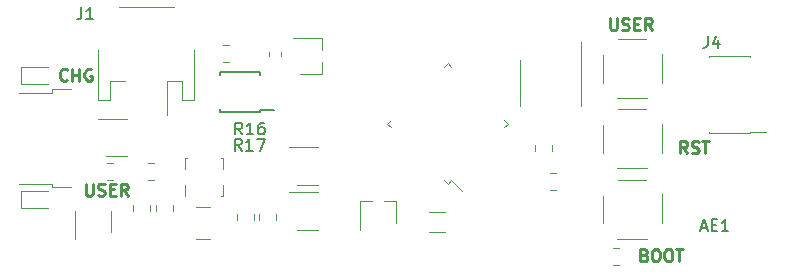
<source format=gbr>
G04 #@! TF.GenerationSoftware,KiCad,Pcbnew,(5.1.4)-1*
G04 #@! TF.CreationDate,2019-12-21T12:13:18-06:00*
G04 #@! TF.ProjectId,loRaWan1262_jlc,6c6f5261-5761-46e3-9132-36325f6a6c63,rev?*
G04 #@! TF.SameCoordinates,Original*
G04 #@! TF.FileFunction,Legend,Top*
G04 #@! TF.FilePolarity,Positive*
%FSLAX46Y46*%
G04 Gerber Fmt 4.6, Leading zero omitted, Abs format (unit mm)*
G04 Created by KiCad (PCBNEW (5.1.4)-1) date 2019-12-21 12:13:18*
%MOMM*%
%LPD*%
G04 APERTURE LIST*
%ADD10C,0.254000*%
%ADD11C,0.150000*%
%ADD12C,0.120000*%
G04 APERTURE END LIST*
D10*
X170893619Y-90375619D02*
X170554952Y-89891809D01*
X170313047Y-90375619D02*
X170313047Y-89359619D01*
X170700095Y-89359619D01*
X170796857Y-89408000D01*
X170845238Y-89456380D01*
X170893619Y-89553142D01*
X170893619Y-89698285D01*
X170845238Y-89795047D01*
X170796857Y-89843428D01*
X170700095Y-89891809D01*
X170313047Y-89891809D01*
X171280666Y-90327238D02*
X171425809Y-90375619D01*
X171667714Y-90375619D01*
X171764476Y-90327238D01*
X171812857Y-90278857D01*
X171861238Y-90182095D01*
X171861238Y-90085333D01*
X171812857Y-89988571D01*
X171764476Y-89940190D01*
X171667714Y-89891809D01*
X171474190Y-89843428D01*
X171377428Y-89795047D01*
X171329047Y-89746666D01*
X171280666Y-89649904D01*
X171280666Y-89553142D01*
X171329047Y-89456380D01*
X171377428Y-89408000D01*
X171474190Y-89359619D01*
X171716095Y-89359619D01*
X171861238Y-89408000D01*
X172151523Y-89359619D02*
X172732095Y-89359619D01*
X172441809Y-90375619D02*
X172441809Y-89359619D01*
X167277142Y-98987428D02*
X167422285Y-99035809D01*
X167470666Y-99084190D01*
X167519047Y-99180952D01*
X167519047Y-99326095D01*
X167470666Y-99422857D01*
X167422285Y-99471238D01*
X167325523Y-99519619D01*
X166938476Y-99519619D01*
X166938476Y-98503619D01*
X167277142Y-98503619D01*
X167373904Y-98552000D01*
X167422285Y-98600380D01*
X167470666Y-98697142D01*
X167470666Y-98793904D01*
X167422285Y-98890666D01*
X167373904Y-98939047D01*
X167277142Y-98987428D01*
X166938476Y-98987428D01*
X168148000Y-98503619D02*
X168341523Y-98503619D01*
X168438285Y-98552000D01*
X168535047Y-98648761D01*
X168583428Y-98842285D01*
X168583428Y-99180952D01*
X168535047Y-99374476D01*
X168438285Y-99471238D01*
X168341523Y-99519619D01*
X168148000Y-99519619D01*
X168051238Y-99471238D01*
X167954476Y-99374476D01*
X167906095Y-99180952D01*
X167906095Y-98842285D01*
X167954476Y-98648761D01*
X168051238Y-98552000D01*
X168148000Y-98503619D01*
X169212380Y-98503619D02*
X169405904Y-98503619D01*
X169502666Y-98552000D01*
X169599428Y-98648761D01*
X169647809Y-98842285D01*
X169647809Y-99180952D01*
X169599428Y-99374476D01*
X169502666Y-99471238D01*
X169405904Y-99519619D01*
X169212380Y-99519619D01*
X169115619Y-99471238D01*
X169018857Y-99374476D01*
X168970476Y-99180952D01*
X168970476Y-98842285D01*
X169018857Y-98648761D01*
X169115619Y-98552000D01*
X169212380Y-98503619D01*
X169938095Y-98503619D02*
X170518666Y-98503619D01*
X170228380Y-99519619D02*
X170228380Y-98503619D01*
X164374285Y-78945619D02*
X164374285Y-79768095D01*
X164422666Y-79864857D01*
X164471047Y-79913238D01*
X164567809Y-79961619D01*
X164761333Y-79961619D01*
X164858095Y-79913238D01*
X164906476Y-79864857D01*
X164954857Y-79768095D01*
X164954857Y-78945619D01*
X165390285Y-79913238D02*
X165535428Y-79961619D01*
X165777333Y-79961619D01*
X165874095Y-79913238D01*
X165922476Y-79864857D01*
X165970857Y-79768095D01*
X165970857Y-79671333D01*
X165922476Y-79574571D01*
X165874095Y-79526190D01*
X165777333Y-79477809D01*
X165583809Y-79429428D01*
X165487047Y-79381047D01*
X165438666Y-79332666D01*
X165390285Y-79235904D01*
X165390285Y-79139142D01*
X165438666Y-79042380D01*
X165487047Y-78994000D01*
X165583809Y-78945619D01*
X165825714Y-78945619D01*
X165970857Y-78994000D01*
X166406285Y-79429428D02*
X166744952Y-79429428D01*
X166890095Y-79961619D02*
X166406285Y-79961619D01*
X166406285Y-78945619D01*
X166890095Y-78945619D01*
X167906095Y-79961619D02*
X167567428Y-79477809D01*
X167325523Y-79961619D02*
X167325523Y-78945619D01*
X167712571Y-78945619D01*
X167809333Y-78994000D01*
X167857714Y-79042380D01*
X167906095Y-79139142D01*
X167906095Y-79284285D01*
X167857714Y-79381047D01*
X167809333Y-79429428D01*
X167712571Y-79477809D01*
X167325523Y-79477809D01*
X119990204Y-92966419D02*
X119990204Y-93788895D01*
X120038585Y-93885657D01*
X120086966Y-93934038D01*
X120183728Y-93982419D01*
X120377252Y-93982419D01*
X120474014Y-93934038D01*
X120522395Y-93885657D01*
X120570776Y-93788895D01*
X120570776Y-92966419D01*
X121006204Y-93934038D02*
X121151347Y-93982419D01*
X121393252Y-93982419D01*
X121490014Y-93934038D01*
X121538395Y-93885657D01*
X121586776Y-93788895D01*
X121586776Y-93692133D01*
X121538395Y-93595371D01*
X121490014Y-93546990D01*
X121393252Y-93498609D01*
X121199728Y-93450228D01*
X121102966Y-93401847D01*
X121054585Y-93353466D01*
X121006204Y-93256704D01*
X121006204Y-93159942D01*
X121054585Y-93063180D01*
X121102966Y-93014800D01*
X121199728Y-92966419D01*
X121441633Y-92966419D01*
X121586776Y-93014800D01*
X122022204Y-93450228D02*
X122360871Y-93450228D01*
X122506014Y-93982419D02*
X122022204Y-93982419D01*
X122022204Y-92966419D01*
X122506014Y-92966419D01*
X123522014Y-93982419D02*
X123183347Y-93498609D01*
X122941442Y-93982419D02*
X122941442Y-92966419D01*
X123328490Y-92966419D01*
X123425252Y-93014800D01*
X123473633Y-93063180D01*
X123522014Y-93159942D01*
X123522014Y-93305085D01*
X123473633Y-93401847D01*
X123425252Y-93450228D01*
X123328490Y-93498609D01*
X122941442Y-93498609D01*
X118411776Y-84157457D02*
X118363395Y-84205838D01*
X118218252Y-84254219D01*
X118121490Y-84254219D01*
X117976347Y-84205838D01*
X117879585Y-84109076D01*
X117831204Y-84012314D01*
X117782823Y-83818790D01*
X117782823Y-83673647D01*
X117831204Y-83480123D01*
X117879585Y-83383361D01*
X117976347Y-83286600D01*
X118121490Y-83238219D01*
X118218252Y-83238219D01*
X118363395Y-83286600D01*
X118411776Y-83334980D01*
X118847204Y-84254219D02*
X118847204Y-83238219D01*
X118847204Y-83722028D02*
X119427776Y-83722028D01*
X119427776Y-84254219D02*
X119427776Y-83238219D01*
X120443776Y-83286600D02*
X120347014Y-83238219D01*
X120201871Y-83238219D01*
X120056728Y-83286600D01*
X119959966Y-83383361D01*
X119911585Y-83480123D01*
X119863204Y-83673647D01*
X119863204Y-83818790D01*
X119911585Y-84012314D01*
X119959966Y-84109076D01*
X120056728Y-84205838D01*
X120201871Y-84254219D01*
X120298633Y-84254219D01*
X120443776Y-84205838D01*
X120492157Y-84157457D01*
X120492157Y-83818790D01*
X120298633Y-83818790D01*
D11*
X134694800Y-86892000D02*
X134694800Y-86717000D01*
X131344800Y-86892000D02*
X131344800Y-86642000D01*
X131344800Y-83542000D02*
X131344800Y-83792000D01*
X134694800Y-83542000D02*
X134694800Y-83792000D01*
X134694800Y-86892000D02*
X131344800Y-86892000D01*
X134694800Y-83542000D02*
X131344800Y-83542000D01*
X134694800Y-86717000D02*
X135944800Y-86717000D01*
D12*
X150940198Y-83096887D02*
X150622000Y-82778689D01*
X150622000Y-82778689D02*
X150303802Y-83096887D01*
X155409113Y-87565802D02*
X155727311Y-87884000D01*
X155727311Y-87884000D02*
X155409113Y-88202198D01*
X145834887Y-88202198D02*
X145516689Y-87884000D01*
X145516689Y-87884000D02*
X145834887Y-87565802D01*
X150303802Y-92671113D02*
X150622000Y-92989311D01*
X150622000Y-92989311D02*
X150940198Y-92671113D01*
X150940198Y-92671113D02*
X151852366Y-93583281D01*
X117159000Y-84979000D02*
X118709000Y-84979000D01*
X117159000Y-84979000D02*
X117159000Y-85279000D01*
X114359000Y-85279000D02*
X117159000Y-85279000D01*
X117159000Y-93279000D02*
X118709000Y-93279000D01*
X117159000Y-92979000D02*
X117159000Y-93279000D01*
X114359000Y-92979000D02*
X117159000Y-92979000D01*
X129155000Y-81610000D02*
X129155000Y-85860000D01*
X129155000Y-85860000D02*
X128135000Y-85860000D01*
X128135000Y-85860000D02*
X128135000Y-84260000D01*
X128135000Y-84260000D02*
X126855000Y-84260000D01*
X126855000Y-84260000D02*
X126855000Y-87150000D01*
X121035000Y-81610000D02*
X121035000Y-85860000D01*
X121035000Y-85860000D02*
X122055000Y-85860000D01*
X122055000Y-85860000D02*
X122055000Y-84260000D01*
X122055000Y-84260000D02*
X123335000Y-84260000D01*
X127435000Y-78040000D02*
X122755000Y-78040000D01*
X136092000Y-95562922D02*
X136092000Y-96080078D01*
X134672000Y-95562922D02*
X134672000Y-96080078D01*
X134187000Y-95562922D02*
X134187000Y-96080078D01*
X132767000Y-95562922D02*
X132767000Y-96080078D01*
X127329000Y-95254578D02*
X127329000Y-94737422D01*
X125909000Y-95254578D02*
X125909000Y-94737422D01*
X125424000Y-95254578D02*
X125424000Y-94737422D01*
X124004000Y-95254578D02*
X124004000Y-94737422D01*
X159460000Y-90238078D02*
X159460000Y-89720922D01*
X158040000Y-90238078D02*
X158040000Y-89720922D01*
X125232422Y-91238000D02*
X125749578Y-91238000D01*
X125232422Y-92658000D02*
X125749578Y-92658000D01*
X114466000Y-84555000D02*
X116751000Y-84555000D01*
X114466000Y-83085000D02*
X114466000Y-84555000D01*
X116751000Y-83085000D02*
X114466000Y-83085000D01*
X116751000Y-93562500D02*
X114466000Y-93562500D01*
X114466000Y-93562500D02*
X114466000Y-95032500D01*
X114466000Y-95032500D02*
X116751000Y-95032500D01*
X176237600Y-88642500D02*
X172707600Y-88642500D01*
X176237600Y-82172500D02*
X172707600Y-82172500D01*
X177562600Y-88577500D02*
X176237600Y-88577500D01*
X176237600Y-88642500D02*
X176237600Y-88577500D01*
X172707600Y-88642500D02*
X172707600Y-88577500D01*
X176237600Y-82237500D02*
X176237600Y-82172500D01*
X172707600Y-82237500D02*
X172707600Y-82172500D01*
X130523064Y-97626000D02*
X129318936Y-97626000D01*
X130523064Y-94906000D02*
X129318936Y-94906000D01*
X165104578Y-99833500D02*
X164587422Y-99833500D01*
X165104578Y-98413500D02*
X164587422Y-98413500D01*
X159253422Y-92063500D02*
X159770578Y-92063500D01*
X159253422Y-93483500D02*
X159770578Y-93483500D01*
X121739922Y-92658000D02*
X122257078Y-92658000D01*
X121739922Y-91238000D02*
X122257078Y-91238000D01*
X145216500Y-94427000D02*
X146266500Y-94427000D01*
X146266500Y-94427000D02*
X146266500Y-96277000D01*
X143216500Y-94427000D02*
X144216500Y-94427000D01*
X143206500Y-94447000D02*
X143206500Y-96877000D01*
X131567422Y-82625000D02*
X132084578Y-82625000D01*
X131567422Y-81205000D02*
X132084578Y-81205000D01*
X135507000Y-82115779D02*
X135507000Y-81790221D01*
X136527000Y-82115779D02*
X136527000Y-81790221D01*
X163743000Y-84448500D02*
X163743000Y-82098500D01*
X165043000Y-80748500D02*
X167443000Y-80748500D01*
X168743000Y-81998500D02*
X168743000Y-84448500D01*
X164993000Y-85748500D02*
X167493000Y-85748500D01*
X122146500Y-97019000D02*
X122146500Y-95259000D01*
X119076500Y-95259000D02*
X119076500Y-97689000D01*
X139931500Y-80659000D02*
X137501500Y-80659000D01*
X139951500Y-80669000D02*
X139951500Y-81669000D01*
X139951500Y-83719000D02*
X138101500Y-83719000D01*
X139951500Y-82669000D02*
X139951500Y-83719000D01*
X139647500Y-93640000D02*
X137197500Y-93640000D01*
X137847500Y-96860000D02*
X139647500Y-96860000D01*
X137847500Y-93113500D02*
X139647500Y-93113500D01*
X139647500Y-89893500D02*
X137197500Y-89893500D01*
X131609500Y-91742500D02*
X131609500Y-90767500D01*
X128359500Y-94017500D02*
X128359500Y-93042500D01*
X128359500Y-91742500D02*
X128359500Y-90767500D01*
X131609500Y-94017500D02*
X131609500Y-93042500D01*
X128584500Y-90767500D02*
X128359500Y-90767500D01*
X131384500Y-90767500D02*
X131609500Y-90767500D01*
X131609500Y-94017500D02*
X131384500Y-94017500D01*
X156761500Y-84455000D02*
X156761500Y-86405000D01*
X156761500Y-84455000D02*
X156761500Y-82505000D01*
X161881500Y-84455000D02*
X161881500Y-86405000D01*
X161881500Y-84455000D02*
X161881500Y-81005000D01*
X121675000Y-90587000D02*
X123435000Y-90587000D01*
X123435000Y-87517000D02*
X121005000Y-87517000D01*
X150428000Y-95327500D02*
X149078000Y-95327500D01*
X150428000Y-97077500D02*
X149078000Y-97077500D01*
X164993000Y-91654000D02*
X167493000Y-91654000D01*
X168743000Y-87904000D02*
X168743000Y-90354000D01*
X165043000Y-86654000D02*
X167443000Y-86654000D01*
X163743000Y-90354000D02*
X163743000Y-88004000D01*
X163743000Y-96323000D02*
X163743000Y-93973000D01*
X165043000Y-92623000D02*
X167443000Y-92623000D01*
X168743000Y-93873000D02*
X168743000Y-96323000D01*
X164993000Y-97623000D02*
X167493000Y-97623000D01*
D11*
X119605466Y-78039980D02*
X119605466Y-78754266D01*
X119557847Y-78897123D01*
X119462609Y-78992361D01*
X119319752Y-79039980D01*
X119224514Y-79039980D01*
X120605466Y-79039980D02*
X120034038Y-79039980D01*
X120319752Y-79039980D02*
X120319752Y-78039980D01*
X120224514Y-78182838D01*
X120129276Y-78278076D01*
X120034038Y-78325695D01*
X172061333Y-96686666D02*
X172537523Y-96686666D01*
X171966095Y-96972380D02*
X172299428Y-95972380D01*
X172632761Y-96972380D01*
X172966095Y-96448571D02*
X173299428Y-96448571D01*
X173442285Y-96972380D02*
X172966095Y-96972380D01*
X172966095Y-95972380D01*
X173442285Y-95972380D01*
X174394666Y-96972380D02*
X173823238Y-96972380D01*
X174108952Y-96972380D02*
X174108952Y-95972380D01*
X174013714Y-96115238D01*
X173918476Y-96210476D01*
X173823238Y-96258095D01*
X172640666Y-80478380D02*
X172640666Y-81192666D01*
X172593047Y-81335523D01*
X172497809Y-81430761D01*
X172354952Y-81478380D01*
X172259714Y-81478380D01*
X173545428Y-80811714D02*
X173545428Y-81478380D01*
X173307333Y-80430761D02*
X173069238Y-81145047D01*
X173688285Y-81145047D01*
X133215623Y-88793580D02*
X132882290Y-88317390D01*
X132644195Y-88793580D02*
X132644195Y-87793580D01*
X133025147Y-87793580D01*
X133120385Y-87841200D01*
X133168004Y-87888819D01*
X133215623Y-87984057D01*
X133215623Y-88126914D01*
X133168004Y-88222152D01*
X133120385Y-88269771D01*
X133025147Y-88317390D01*
X132644195Y-88317390D01*
X134168004Y-88793580D02*
X133596576Y-88793580D01*
X133882290Y-88793580D02*
X133882290Y-87793580D01*
X133787052Y-87936438D01*
X133691814Y-88031676D01*
X133596576Y-88079295D01*
X135025147Y-87793580D02*
X134834671Y-87793580D01*
X134739433Y-87841200D01*
X134691814Y-87888819D01*
X134596576Y-88031676D01*
X134548957Y-88222152D01*
X134548957Y-88603104D01*
X134596576Y-88698342D01*
X134644195Y-88745961D01*
X134739433Y-88793580D01*
X134929909Y-88793580D01*
X135025147Y-88745961D01*
X135072766Y-88698342D01*
X135120385Y-88603104D01*
X135120385Y-88365009D01*
X135072766Y-88269771D01*
X135025147Y-88222152D01*
X134929909Y-88174533D01*
X134739433Y-88174533D01*
X134644195Y-88222152D01*
X134596576Y-88269771D01*
X134548957Y-88365009D01*
X133163861Y-90165180D02*
X132830528Y-89688990D01*
X132592433Y-90165180D02*
X132592433Y-89165180D01*
X132973385Y-89165180D01*
X133068623Y-89212800D01*
X133116242Y-89260419D01*
X133163861Y-89355657D01*
X133163861Y-89498514D01*
X133116242Y-89593752D01*
X133068623Y-89641371D01*
X132973385Y-89688990D01*
X132592433Y-89688990D01*
X134116242Y-90165180D02*
X133544814Y-90165180D01*
X133830528Y-90165180D02*
X133830528Y-89165180D01*
X133735290Y-89308038D01*
X133640052Y-89403276D01*
X133544814Y-89450895D01*
X134449576Y-89165180D02*
X135116242Y-89165180D01*
X134687671Y-90165180D01*
M02*

</source>
